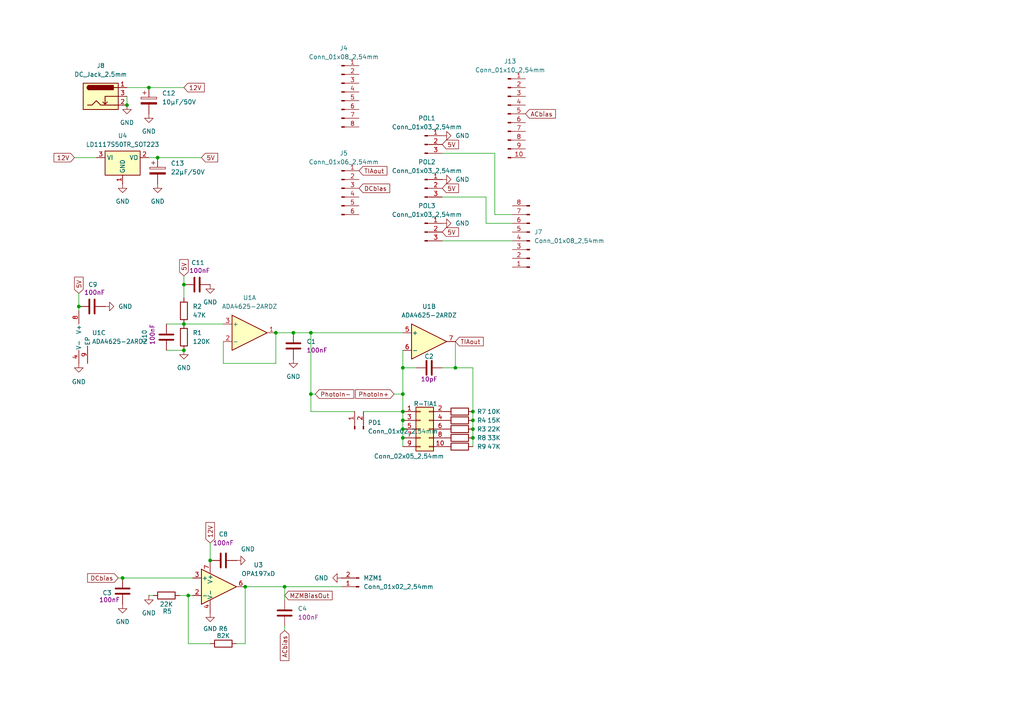
<source format=kicad_sch>
(kicad_sch (version 20231120) (generator "eeschema") (generator_version "8.0")
  (paper "A4")
  (title_block (title "Template UGent") (rev "1") (company "Naam student / Groep nr") (comment 1 "Beschrijving van het schema"))
  (lib_symbols
    (symbol "Amplifier_Operational:ADA4625-2ARDZ" (pin_names (offset 0.127))
      (property "Reference" "U" (at 0 5.08 0))
      (property "Value" "ADA4625-2ARDZ" (at 0 -5.08 0))
      (symbol "ADA4625-2ARDZ_1_1"
        (polyline (pts (xy -5.08 5.08) (xy 5.08 0) (xy -5.08 -5.08) (xy -5.08 5.08)) (stroke (width 0.254)) (fill (type background)))
        (pin output line (at 7.62 0 180) (length 2.54) (name "~") (number "1"))
        (pin input line (at -7.62 -2.54 0) (length 2.54) (name "-") (number "2"))
        (pin input line (at -7.62 2.54 0) (length 2.54) (name "+") (number "3"))
      )
      (symbol "ADA4625-2ARDZ_2_1"
        (polyline (pts (xy -5.08 5.08) (xy 5.08 0) (xy -5.08 -5.08) (xy -5.08 5.08)) (stroke (width 0.254)) (fill (type background)))
        (pin input line (at -7.62 2.54 0) (length 2.54) (name "+") (number "5"))
        (pin input line (at -7.62 -2.54 0) (length 2.54) (name "-") (number "6"))
        (pin output line (at 7.62 0 180) (length 2.54) (name "~") (number "7"))
      )
      (symbol "ADA4625-2ARDZ_3_1"
        (pin power_in line (at -2.54 -7.62 90) (length 3.81) (name "V-") (number "4"))
        (pin power_in line (at -2.54 7.62 270) (length 3.81) (name "V+") (number "8"))
        (pin passive line (at 0 -7.62 90) (length 5.08) (name "EP") (number "9"))
      )
    )
    (symbol "Amplifier_Operational:OPA197xD" (pin_names (offset 0.127))
      (property "Reference" "U" (at 0 6.35 0))
      (property "Value" "OPA197xD" (at 0 3.81 0))
      (symbol "OPA197xD_0_1"
        (polyline (pts (xy -5.08 5.08) (xy 5.08 0) (xy -5.08 -5.08) (xy -5.08 5.08)) (stroke (width 0.254)) (fill (type background)))
      )
      (symbol "OPA197xD_1_1"
        (pin no_connect line (at -2.54 2.54 270) (length 2.54) hide (name "NC") (number "1"))
        (pin input line (at -7.62 -2.54 0) (length 2.54) (name "-") (number "2"))
        (pin input line (at -7.62 2.54 0) (length 2.54) (name "+") (number "3"))
        (pin power_in line (at -2.54 -7.62 90) (length 3.81) (name "V-") (number "4"))
        (pin no_connect line (at 0 2.54 270) (length 2.54) hide (name "NC") (number "5"))
        (pin output line (at 7.62 0 180) (length 2.54) (name "~") (number "6"))
        (pin power_in line (at -2.54 7.62 270) (length 3.81) (name "V+") (number "7"))
        (pin no_connect line (at 0 -2.54 90) (length 2.54) hide (name "NC") (number "8"))
      )
    )
    (symbol "Regulator_Linear:LD1117S50TR_SOT223"
      (property "Reference" "U" (at -3.81 3.175 0))
      (property "Value" "LD1117S50TR_SOT223" (at 0 3.175 0))
      (symbol "LD1117S50TR_SOT223_0_1"
        (rectangle (start -5.08 -5.08) (end 5.08 1.905) (stroke (width 0.254)) (fill (type background)))
      )
      (symbol "LD1117S50TR_SOT223_1_1"
        (pin power_in line (at 0 -7.62 90) (length 2.54) (name "GND") (number "1"))
        (pin power_out line (at 7.62 0 180) (length 2.54) (name "VO") (number "2"))
        (pin power_in line (at -7.62 0 0) (length 2.54) (name "VI") (number "3"))
      )
    )
    (symbol "UGent_standard-stock_Passive_C:10µF/50V" (pin_numbers hide) (pin_names (offset 0.254))
      (property "Reference" "C" (at 0.635 2.54 0))
      (property "Value" "10µF{slash}50V" (at 0.635 -2.54 0))
      (symbol "10µF/50V_0_1"
        (rectangle (start -2.286 0.508) (end 2.286 1.016))
        (polyline (pts (xy -1.778 2.286) (xy -0.762 2.286)))
        (polyline (pts (xy -1.27 2.794) (xy -1.27 1.778)))
        (rectangle (start 2.286 -0.508) (end -2.286 -1.016) (fill (type outline)))
      )
      (symbol "10µF/50V_1_1"
        (pin passive line (at 0 3.81 270) (length 2.794) (name "~") (number "1"))
        (pin passive line (at 0 -3.81 90) (length 2.794) (name "~") (number "2"))
      )
    )
    (symbol "UGent_standard-stock_Passive_C:22µF/50V" (pin_numbers hide) (pin_names (offset 0.254))
      (property "Reference" "C" (at 0.635 2.54 0))
      (property "Value" "22µF{slash}50V" (at 0.635 -2.54 0))
      (symbol "22µF/50V_0_1"
        (rectangle (start -2.286 0.508) (end 2.286 1.016))
        (polyline (pts (xy -1.778 2.286) (xy -0.762 2.286)))
        (polyline (pts (xy -1.27 2.794) (xy -1.27 1.778)))
        (rectangle (start 2.286 -0.508) (end -2.286 -1.016) (fill (type outline)))
      )
      (symbol "22µF/50V_1_1"
        (pin passive line (at 0 3.81 270) (length 2.794) (name "~") (number "1"))
        (pin passive line (at 0 -3.81 90) (length 2.794) (name "~") (number "2"))
      )
    )
    (symbol "UGent_standard_stock_Connector:Conn_01x02_2,54mm" (pin_names (offset 1.016) hide)
      (property "Reference" "J" (at 0 5.08 0))
      (property "Value" "Conn_01x02_2,54mm" (at 0 -2.54 0))
      (symbol "Conn_01x02_2,54mm_1_1"
        (polyline (pts (xy 1.27 0) (xy 0.8636 0)) (stroke (width 0.1524)))
        (polyline (pts (xy 1.27 2.54) (xy 0.8636 2.54)) (stroke (width 0.1524)))
        (rectangle (start 0.8636 0.127) (end 0 -0.127) (stroke (width 0.1524)) (fill (type outline)))
        (rectangle (start 0.8636 2.667) (end 0 2.413) (stroke (width 0.1524)) (fill (type outline)))
        (pin passive line (at 5.08 2.54 180) (length 3.81) (name "Pin_1") (number "1"))
        (pin passive line (at 5.08 0 180) (length 3.81) (name "Pin_2") (number "2"))
      )
    )
    (symbol "UGent_standard_stock_Connector:Conn_01x03_2,54mm" (pin_names (offset 1.016) hide)
      (property "Reference" "J" (at 0 5.08 0))
      (property "Value" "Conn_01x03_2,54mm" (at 0 -5.08 0))
      (symbol "Conn_01x03_2,54mm_1_1"
        (polyline (pts (xy 1.27 -2.54) (xy 0.8636 -2.54)) (stroke (width 0.1524)))
        (polyline (pts (xy 1.27 0) (xy 0.8636 0)) (stroke (width 0.1524)))
        (polyline (pts (xy 1.27 2.54) (xy 0.8636 2.54)) (stroke (width 0.1524)))
        (rectangle (start 0.8636 -2.413) (end 0 -2.667) (stroke (width 0.1524)) (fill (type outline)))
        (rectangle (start 0.8636 0.127) (end 0 -0.127) (stroke (width 0.1524)) (fill (type outline)))
        (rectangle (start 0.8636 2.667) (end 0 2.413) (stroke (width 0.1524)) (fill (type outline)))
        (pin passive line (at 5.08 2.54 180) (length 3.81) (name "Pin_1") (number "1"))
        (pin passive line (at 5.08 0 180) (length 3.81) (name "Pin_2") (number "2"))
        (pin passive line (at 5.08 -2.54 180) (length 3.81) (name "Pin_3") (number "3"))
      )
    )
    (symbol "UGent_standard_stock_Connector:Conn_01x06_2,54mm" (pin_names (offset 1.016) hide)
      (property "Reference" "J" (at 0 7.62 0))
      (property "Value" "Conn_01x06_2,54mm" (at 0 -10.16 0))
      (symbol "Conn_01x06_2,54mm_1_1"
        (polyline (pts (xy 1.27 -7.62) (xy 0.8636 -7.62)) (stroke (width 0.1524)))
        (polyline (pts (xy 1.27 -5.08) (xy 0.8636 -5.08)) (stroke (width 0.1524)))
        (polyline (pts (xy 1.27 -2.54) (xy 0.8636 -2.54)) (stroke (width 0.1524)))
        (polyline (pts (xy 1.27 0) (xy 0.8636 0)) (stroke (width 0.1524)))
        (polyline (pts (xy 1.27 2.54) (xy 0.8636 2.54)) (stroke (width 0.1524)))
        (polyline (pts (xy 1.27 5.08) (xy 0.8636 5.08)) (stroke (width 0.1524)))
        (rectangle (start 0.8636 -7.493) (end 0 -7.747) (stroke (width 0.1524)) (fill (type outline)))
        (rectangle (start 0.8636 -4.953) (end 0 -5.207) (stroke (width 0.1524)) (fill (type outline)))
        (rectangle (start 0.8636 -2.413) (end 0 -2.667) (stroke (width 0.1524)) (fill (type outline)))
        (rectangle (start 0.8636 0.127) (end 0 -0.127) (stroke (width 0.1524)) (fill (type outline)))
        (rectangle (start 0.8636 2.667) (end 0 2.413) (stroke (width 0.1524)) (fill (type outline)))
        (rectangle (start 0.8636 5.207) (end 0 4.953) (stroke (width 0.1524)) (fill (type outline)))
        (pin passive line (at 5.08 5.08 180) (length 3.81) (name "Pin_1") (number "1"))
        (pin passive line (at 5.08 2.54 180) (length 3.81) (name "Pin_2") (number "2"))
        (pin passive line (at 5.08 0 180) (length 3.81) (name "Pin_3") (number "3"))
        (pin passive line (at 5.08 -2.54 180) (length 3.81) (name "Pin_4") (number "4"))
        (pin passive line (at 5.08 -5.08 180) (length 3.81) (name "Pin_5") (number "5"))
        (pin passive line (at 5.08 -7.62 180) (length 3.81) (name "Pin_6") (number "6"))
      )
    )
    (symbol "UGent_standard_stock_Connector:Conn_01x08_2,54mm" (pin_names (offset 1.016) hide)
      (property "Reference" "J" (at 0 12.7 0))
      (property "Value" "Conn_01x08_2,54mm" (at 0 -10.16 0))
      (symbol "Conn_01x08_2,54mm_1_1"
        (polyline (pts (xy 1.27 -7.62) (xy 0.8636 -7.62)) (stroke (width 0.1524)))
        (polyline (pts (xy 1.27 -5.08) (xy 0.8636 -5.08)) (stroke (width 0.1524)))
        (polyline (pts (xy 1.27 -2.54) (xy 0.8636 -2.54)) (stroke (width 0.1524)))
        (polyline (pts (xy 1.27 0) (xy 0.8636 0)) (stroke (width 0.1524)))
        (polyline (pts (xy 1.27 2.54) (xy 0.8636 2.54)) (stroke (width 0.1524)))
        (polyline (pts (xy 1.27 5.08) (xy 0.8636 5.08)) (stroke (width 0.1524)))
        (polyline (pts (xy 1.27 7.62) (xy 0.8636 7.62)) (stroke (width 0.1524)))
        (polyline (pts (xy 1.27 10.16) (xy 0.8636 10.16)) (stroke (width 0.1524)))
        (rectangle (start 0.8636 -7.493) (end 0 -7.747) (stroke (width 0.1524)) (fill (type outline)))
        (rectangle (start 0.8636 -4.953) (end 0 -5.207) (stroke (width 0.1524)) (fill (type outline)))
        (rectangle (start 0.8636 -2.413) (end 0 -2.667) (stroke (width 0.1524)) (fill (type outline)))
        (rectangle (start 0.8636 0.127) (end 0 -0.127) (stroke (width 0.1524)) (fill (type outline)))
        (rectangle (start 0.8636 2.667) (end 0 2.413) (stroke (width 0.1524)) (fill (type outline)))
        (rectangle (start 0.8636 5.207) (end 0 4.953) (stroke (width 0.1524)) (fill (type outline)))
        (rectangle (start 0.8636 7.747) (end 0 7.493) (stroke (width 0.1524)) (fill (type outline)))
        (rectangle (start 0.8636 10.287) (end 0 10.033) (stroke (width 0.1524)) (fill (type outline)))
        (pin passive line (at 5.08 10.16 180) (length 3.81) (name "Pin_1") (number "1"))
        (pin passive line (at 5.08 7.62 180) (length 3.81) (name "Pin_2") (number "2"))
        (pin passive line (at 5.08 5.08 180) (length 3.81) (name "Pin_3") (number "3"))
        (pin passive line (at 5.08 2.54 180) (length 3.81) (name "Pin_4") (number "4"))
        (pin passive line (at 5.08 0 180) (length 3.81) (name "Pin_5") (number "5"))
        (pin passive line (at 5.08 -2.54 180) (length 3.81) (name "Pin_6") (number "6"))
        (pin passive line (at 5.08 -5.08 180) (length 3.81) (name "Pin_7") (number "7"))
        (pin passive line (at 5.08 -7.62 180) (length 3.81) (name "Pin_8") (number "8"))
      )
    )
    (symbol "UGent_standard_stock_Connector:Conn_01x10_2,54mm" (pin_names (offset 1.016) hide)
      (property "Reference" "J" (at 0 12.7 0))
      (property "Value" "Conn_01x10_2,54mm" (at 0 -15.24 0))
      (symbol "Conn_01x10_2,54mm_1_1"
        (polyline (pts (xy 1.27 -12.7) (xy 0.8636 -12.7)) (stroke (width 0.1524)))
        (polyline (pts (xy 1.27 -10.16) (xy 0.8636 -10.16)) (stroke (width 0.1524)))
        (polyline (pts (xy 1.27 -7.62) (xy 0.8636 -7.62)) (stroke (width 0.1524)))
        (polyline (pts (xy 1.27 -5.08) (xy 0.8636 -5.08)) (stroke (width 0.1524)))
        (polyline (pts (xy 1.27 -2.54) (xy 0.8636 -2.54)) (stroke (width 0.1524)))
        (polyline (pts (xy 1.27 0) (xy 0.8636 0)) (stroke (width 0.1524)))
        (polyline (pts (xy 1.27 2.54) (xy 0.8636 2.54)) (stroke (width 0.1524)))
        (polyline (pts (xy 1.27 5.08) (xy 0.8636 5.08)) (stroke (width 0.1524)))
        (polyline (pts (xy 1.27 7.62) (xy 0.8636 7.62)) (stroke (width 0.1524)))
        (polyline (pts (xy 1.27 10.16) (xy 0.8636 10.16)) (stroke (width 0.1524)))
        (rectangle (start 0.8636 -12.573) (end 0 -12.827) (stroke (width 0.1524)) (fill (type outline)))
        (rectangle (start 0.8636 -10.033) (end 0 -10.287) (stroke (width 0.1524)) (fill (type outline)))
        (rectangle (start 0.8636 -7.493) (end 0 -7.747) (stroke (width 0.1524)) (fill (type outline)))
        (rectangle (start 0.8636 -4.953) (end 0 -5.207) (stroke (width 0.1524)) (fill (type outline)))
        (rectangle (start 0.8636 -2.413) (end 0 -2.667) (stroke (width 0.1524)) (fill (type outline)))
        (rectangle (start 0.8636 0.127) (end 0 -0.127) (stroke (width 0.1524)) (fill (type outline)))
        (rectangle (start 0.8636 2.667) (end 0 2.413) (stroke (width 0.1524)) (fill (type outline)))
        (rectangle (start 0.8636 5.207) (end 0 4.953) (stroke (width 0.1524)) (fill (type outline)))
        (rectangle (start 0.8636 7.747) (end 0 7.493) (stroke (width 0.1524)) (fill (type outline)))
        (rectangle (start 0.8636 10.287) (end 0 10.033) (stroke (width 0.1524)) (fill (type outline)))
        (pin passive line (at 5.08 10.16 180) (length 3.81) (name "Pin_1") (number "1"))
        (pin passive line (at 5.08 -12.7 180) (length 3.81) (name "Pin_10") (number "10"))
        (pin passive line (at 5.08 7.62 180) (length 3.81) (name "Pin_2") (number "2"))
        (pin passive line (at 5.08 5.08 180) (length 3.81) (name "Pin_3") (number "3"))
        (pin passive line (at 5.08 2.54 180) (length 3.81) (name "Pin_4") (number "4"))
        (pin passive line (at 5.08 0 180) (length 3.81) (name "Pin_5") (number "5"))
        (pin passive line (at 5.08 -2.54 180) (length 3.81) (name "Pin_6") (number "6"))
        (pin passive line (at 5.08 -5.08 180) (length 3.81) (name "Pin_7") (number "7"))
        (pin passive line (at 5.08 -7.62 180) (length 3.81) (name "Pin_8") (number "8"))
        (pin passive line (at 5.08 -10.16 180) (length 3.81) (name "Pin_9") (number "9"))
      )
    )
    (symbol "UGent_standard_stock_Connector:Conn_02x05_2,54mm" (pin_names (offset 1.016) hide)
      (property "Reference" "J" (at 1.27 7.62 0))
      (property "Value" "Conn_02x05_2,54mm" (at 1.27 -7.62 0))
      (symbol "Conn_02x05_2,54mm_1_1"
        (rectangle (start -1.27 -4.953) (end 0 -5.207) (stroke (width 0.1524)))
        (rectangle (start -1.27 -2.413) (end 0 -2.667) (stroke (width 0.1524)))
        (rectangle (start -1.27 0.127) (end 0 -0.127) (stroke (width 0.1524)))
        (rectangle (start -1.27 2.667) (end 0 2.413) (stroke (width 0.1524)))
        (rectangle (start -1.27 5.207) (end 0 4.953) (stroke (width 0.1524)))
        (rectangle (start -1.27 6.35) (end 3.81 -6.35) (stroke (width 0.254)) (fill (type background)))
        (rectangle (start 3.81 -4.953) (end 2.54 -5.207) (stroke (width 0.1524)))
        (rectangle (start 3.81 -2.413) (end 2.54 -2.667) (stroke (width 0.1524)))
        (rectangle (start 3.81 0.127) (end 2.54 -0.127) (stroke (width 0.1524)))
        (rectangle (start 3.81 2.667) (end 2.54 2.413) (stroke (width 0.1524)))
        (rectangle (start 3.81 5.207) (end 2.54 4.953) (stroke (width 0.1524)))
        (pin passive line (at -5.08 5.08 0) (length 3.81) (name "Pin_1") (number "1"))
        (pin passive line (at 7.62 -5.08 180) (length 3.81) (name "Pin_10") (number "10"))
        (pin passive line (at 7.62 5.08 180) (length 3.81) (name "Pin_2") (number "2"))
        (pin passive line (at -5.08 2.54 0) (length 3.81) (name "Pin_3") (number "3"))
        (pin passive line (at 7.62 2.54 180) (length 3.81) (name "Pin_4") (number "4"))
        (pin passive line (at -5.08 0 0) (length 3.81) (name "Pin_5") (number "5"))
        (pin passive line (at 7.62 0 180) (length 3.81) (name "Pin_6") (number "6"))
        (pin passive line (at -5.08 -2.54 0) (length 3.81) (name "Pin_7") (number "7"))
        (pin passive line (at 7.62 -2.54 180) (length 3.81) (name "Pin_8") (number "8"))
        (pin passive line (at -5.08 -5.08 0) (length 3.81) (name "Pin_9") (number "9"))
      )
    )
    (symbol "UGent_standard_stock_Connector:DC_Jack_2.5mm" (pin_names hide)
      (property "Reference" "J" (at 0 5.334 0))
      (property "Value" "DC_Jack_2.5mm" (at 0 -5.08 0))
      (symbol "DC_Jack_2.5mm_0_1"
        (rectangle (start -5.08 3.81) (end 5.08 -3.81) (stroke (width 0.254)) (fill (type background)))
        (arc (start -3.302 3.175) (mid -3.9342 2.54) (end -3.302 1.905) (stroke (width 0.254)))
        (arc (start -3.302 3.175) (mid -3.9342 2.54) (end -3.302 1.905) (stroke (width 0.254)) (fill (type outline)))
        (polyline (pts (xy 1.27 -2.286) (xy 1.905 -1.651)) (stroke (width 0.254)))
        (polyline (pts (xy 5.08 2.54) (xy 3.81 2.54)) (stroke (width 0.254)))
        (polyline (pts (xy 5.08 0) (xy 1.27 0) (xy 1.27 -2.286) (xy 0.635 -1.651)) (stroke (width 0.254)))
        (polyline (pts (xy -3.81 -2.54) (xy -2.54 -2.54) (xy -1.27 -1.27) (xy 0 -2.54) (xy 2.54 -2.54) (xy 5.08 -2.54)) (stroke (width 0.254)))
        (rectangle (start 3.683 3.175) (end -3.302 1.905) (stroke (width 0.254)) (fill (type outline)))
      )
      (symbol "DC_Jack_2.5mm_1_1"
        (pin passive line (at 7.62 2.54 180) (length 2.54) (name "~") (number "1"))
        (pin passive line (at 7.62 -2.54 180) (length 2.54) (name "~") (number "2"))
        (pin passive line (at 7.62 0 180) (length 2.54) (name "~") (number "3"))
      )
    )
    (symbol "UGent_standard_stock_PnP:100nF_0603" (pin_numbers hide) (pin_names (offset 0.254))
      (property "Reference" "C" (at 0.635 2.54 0))
      (property "ValShow" "100nF" (at 0 0 0))
      (symbol "100nF_0603_0_1"
        (polyline (pts (xy -2.032 -0.762) (xy 2.032 -0.762)) (stroke (width 0.508)))
        (polyline (pts (xy -2.032 0.762) (xy 2.032 0.762)) (stroke (width 0.508)))
      )
      (symbol "100nF_0603_1_1"
        (pin passive line (at 0 3.81 270) (length 2.794) (name "~") (number "1"))
        (pin passive line (at 0 -3.81 90) (length 2.794) (name "~") (number "2"))
      )
    )
    (symbol "UGent_standard_stock_PnP:100pF_0603" (pin_numbers hide) (pin_names (offset 0.254))
      (property "Reference" "C" (at 0.635 2.54 0))
      (property "ValShow" "100pF" (at 0 0 0))
      (symbol "100pF_0603_0_1"
        (polyline (pts (xy -2.032 -0.762) (xy 2.032 -0.762)) (stroke (width 0.508)))
        (polyline (pts (xy -2.032 0.762) (xy 2.032 0.762)) (stroke (width 0.508)))
      )
      (symbol "100pF_0603_1_1"
        (pin passive line (at 0 3.81 270) (length 2.794) (name "~") (number "1"))
        (pin passive line (at 0 -3.81 90) (length 2.794) (name "~") (number "2"))
      )
    )
    (symbol "UGent_standard_stock_PnP:47K" (pin_numbers hide) (pin_names (offset 0))
      (property "Reference" "R" (at 0 2.032 0))
      (property "Value" "47K" (at 0 0 0))
      (symbol "47K_0_1"
        (rectangle (start 2.54 -1.016) (end -2.54 1.016) (stroke (width 0.254)))
      )
      (symbol "47K_1_1"
        (pin passive line (at -3.81 0 0) (length 1.27) (name "~") (number "1"))
        (pin passive line (at 3.81 0 180) (length 1.27) (name "~") (number "2"))
      )
    )
    (symbol "UGent_standard_stock_PnP:56K" (pin_numbers hide) (pin_names (offset 0))
      (property "Reference" "R" (at 0 2.032 0))
      (property "Value" "56K" (at 0 0 0))
      (symbol "56K_0_1"
        (rectangle (start 2.54 -1.016) (end -2.54 1.016) (stroke (width 0.254)))
      )
      (symbol "56K_1_1"
        (pin passive line (at -3.81 0 0) (length 1.27) (name "~") (number "1"))
        (pin passive line (at 3.81 0 180) (length 1.27) (name "~") (number "2"))
      )
    )
    (symbol "UGent_standard_stock_PnP:82K" (pin_numbers hide) (pin_names (offset 0))
      (property "Reference" "R" (at 0 2.032 0))
      (property "Value" "82K" (at 0 0 0))
      (symbol "82K_0_1"
        (rectangle (start 2.54 -1.016) (end -2.54 1.016) (stroke (width 0.254)))
      )
      (symbol "82K_1_1"
        (pin passive line (at -3.81 0 0) (length 1.27) (name "~") (number "1"))
        (pin passive line (at 3.81 0 180) (length 1.27) (name "~") (number "2"))
      )
    )
    (symbol "power:GND" (power) (pin_numbers hide) (pin_names (offset 0) hide)
      (property "Value" "GND" (at 0 -3.81 0))
      (symbol "GND_0_1"
        (polyline (pts (xy 0 0) (xy 0 -1.27) (xy 1.27 -1.27) (xy 0 -2.54) (xy -1.27 -1.27) (xy 0 -1.27)))
      )
      (symbol "GND_1_1"
        (pin power_in line (at 0 0 270) (length 0) (name "~") (number "1"))
      )
    )
  )
  (junction (at 35.56 167.64))
  (junction (at 90.17 114.3))
  (junction (at 54.61 172.72))
  (junction (at 53.34 93.98))
  (junction (at 53.34 101.6))
  (junction (at 137.16 124.46))
  (junction (at 53.34 82.55))
  (junction (at 116.84 114.3))
  (junction (at 116.84 119.38))
  (junction (at 137.16 121.92))
  (junction (at 116.84 106.68))
  (junction (at 45.72 45.72))
  (junction (at 116.84 121.92))
  (junction (at 85.09 96.52))
  (junction (at 43.18 25.4))
  (junction (at 36.83 30.48))
  (junction (at 132.08 106.68))
  (junction (at 116.84 127))
  (junction (at 22.86 88.9))
  (junction (at 90.17 96.52))
  (junction (at 116.84 124.46))
  (junction (at 137.16 127))
  (junction (at 60.96 162.56))
  (junction (at 71.12 170.18))
  (junction (at 82.55 170.18))
  (junction (at 80.01 96.52))
  (junction (at 137.16 119.38))
  (wire (pts (xy 21.59 45.72) (xy 27.94 45.72)))
  (wire (pts (xy 43.18 45.72) (xy 45.72 45.72)))
  (wire (pts (xy 90.17 96.52) (xy 85.09 96.52)))
  (wire (pts (xy 82.55 170.18) (xy 82.55 173.99)))
  (wire (pts (xy 143.51 62.23) (xy 148.59 62.23)))
  (wire (pts (xy 52.07 172.72) (xy 54.61 172.72)))
  (wire (pts (xy 114.3 114.3) (xy 116.84 114.3)))
  (wire (pts (xy 143.51 44.45) (xy 143.51 62.23)))
  (wire (pts (xy 137.16 119.38) (xy 137.16 121.92)))
  (wire (pts (xy 34.29 167.64) (xy 35.56 167.64)))
  (wire (pts (xy 43.18 172.72) (xy 44.45 172.72)))
  (wire (pts (xy 140.97 57.15) (xy 140.97 64.77)))
  (wire (pts (xy 116.84 119.38) (xy 116.84 121.92)))
  (wire (pts (xy 53.34 82.55) (xy 53.34 86.36)))
  (wire (pts (xy 116.84 106.68) (xy 116.84 114.3)))
  (wire (pts (xy 53.34 80.01) (xy 53.34 82.55)))
  (wire (pts (xy 137.16 127) (xy 137.16 129.54)))
  (wire (pts (xy 60.96 157.48) (xy 60.96 162.56)))
  (wire (pts (xy 82.55 181.61) (xy 82.55 182.88)))
  (wire (pts (xy 116.84 124.46) (xy 116.84 127)))
  (wire (pts (xy 116.84 96.52) (xy 90.17 96.52)))
  (wire (pts (xy 36.83 27.94) (xy 36.83 30.48)))
  (wire (pts (xy 137.16 119.38) (xy 137.16 106.68)))
  (wire (pts (xy 116.84 101.6) (xy 116.84 106.68)))
  (wire (pts (xy 128.27 69.85) (xy 148.59 69.85)))
  (wire (pts (xy 35.56 167.64) (xy 55.88 167.64)))
  (wire (pts (xy 116.84 121.92) (xy 116.84 124.46)))
  (wire (pts (xy 43.18 25.4) (xy 53.34 25.4)))
  (wire (pts (xy 82.55 170.18) (xy 71.12 170.18)))
  (wire (pts (xy 137.16 121.92) (xy 137.16 124.46)))
  (wire (pts (xy 71.12 170.18) (xy 71.12 186.69)))
  (wire (pts (xy 91.44 114.3) (xy 90.17 114.3)))
  (wire (pts (xy 137.16 106.68) (xy 132.08 106.68)))
  (wire (pts (xy 105.41 119.38) (xy 116.84 119.38)))
  (wire (pts (xy 48.26 101.6) (xy 53.34 101.6)))
  (wire (pts (xy 90.17 96.52) (xy 90.17 114.3)))
  (wire (pts (xy 22.86 88.9) (xy 22.86 90.17)))
  (wire (pts (xy 132.08 106.68) (xy 128.27 106.68)))
  (wire (pts (xy 36.83 25.4) (xy 43.18 25.4)))
  (wire (pts (xy 140.97 64.77) (xy 148.59 64.77)))
  (wire (pts (xy 60.96 186.69) (xy 54.61 186.69)))
  (wire (pts (xy 53.34 93.98) (xy 64.77 93.98)))
  (wire (pts (xy 116.84 127) (xy 116.84 129.54)))
  (wire (pts (xy 116.84 106.68) (xy 120.65 106.68)))
  (wire (pts (xy 45.72 45.72) (xy 58.42 45.72)))
  (wire (pts (xy 116.84 119.38) (xy 116.84 114.3)))
  (wire (pts (xy 102.87 119.38) (xy 90.17 119.38)))
  (wire (pts (xy 54.61 172.72) (xy 54.61 186.69)))
  (wire (pts (xy 64.77 105.41) (xy 80.01 105.41)))
  (wire (pts (xy 90.17 114.3) (xy 90.17 119.38)))
  (wire (pts (xy 128.27 44.45) (xy 143.51 44.45)))
  (wire (pts (xy 137.16 124.46) (xy 137.16 127)))
  (wire (pts (xy 132.08 99.06) (xy 132.08 106.68)))
  (wire (pts (xy 82.55 170.18) (xy 99.06 170.18)))
  (wire (pts (xy 80.01 96.52) (xy 85.09 96.52)))
  (wire (pts (xy 48.26 93.98) (xy 53.34 93.98)))
  (wire (pts (xy 71.12 186.69) (xy 68.58 186.69)))
  (wire (pts (xy 54.61 172.72) (xy 55.88 172.72)))
  (wire (pts (xy 80.01 105.41) (xy 80.01 96.52)))
  (wire (pts (xy 64.77 99.06) (xy 64.77 105.41)))
  (wire (pts (xy 22.86 85.09) (xy 22.86 88.9)))
  (wire (pts (xy 128.27 57.15) (xy 140.97 57.15)))
  (global_label "DCbias" (shape input) (at 34.29 167.64 180) (property "Intersheetrefs" "${INTERSHEET_REFS}" (effects (hide yes))))
  (global_label "TIAout" (shape input) (at 104.14 49.53 0) (property "Intersheetrefs" "${INTERSHEET_REFS}" (effects (hide yes))))
  (global_label "5V" (shape input) (at 58.42 45.72 0) (property "Intersheetrefs" "${INTERSHEET_REFS}" (effects (hide yes))))
  (global_label "12V" (shape input) (at 21.59 45.72 180) (property "Intersheetrefs" "${INTERSHEET_REFS}" (effects (hide yes))))
  (global_label "MZMBiasOut" (shape input) (at 82.55 172.72 0) (property "Intersheetrefs" "${INTERSHEET_REFS}" (effects (hide yes))))
  (global_label "5V" (shape input) (at 22.86 85.09 90) (property "Intersheetrefs" "${INTERSHEET_REFS}" (effects (hide yes))))
  (global_label "PhotoIn+" (shape input) (at 114.3 114.3 180) (property "Intersheetrefs" "${INTERSHEET_REFS}" (effects (hide yes))))
  (global_label "PhotoIn-" (shape input) (at 91.44 114.3 0) (property "Intersheetrefs" "${INTERSHEET_REFS}" (effects (hide yes))))
  (global_label "5V" (shape input) (at 128.27 41.91 0) (property "Intersheetrefs" "${INTERSHEET_REFS}" (effects (hide yes))))
  (global_label "12V" (shape input) (at 60.96 157.48 90) (property "Intersheetrefs" "${INTERSHEET_REFS}" (effects (hide yes))))
  (global_label "5V" (shape input) (at 128.27 67.31 0) (property "Intersheetrefs" "${INTERSHEET_REFS}" (effects (hide yes))))
  (global_label "12V" (shape input) (at 53.34 25.4 0) (property "Intersheetrefs" "${INTERSHEET_REFS}" (effects (hide yes))))
  (global_label "ACbias" (shape input) (at 82.55 182.88 270) (property "Intersheetrefs" "${INTERSHEET_REFS}" (effects (hide yes))))
  (global_label "ACbias" (shape input) (at 152.4 33.02 0) (property "Intersheetrefs" "${INTERSHEET_REFS}" (effects (hide yes))))
  (global_label "5V" (shape input) (at 53.34 80.01 90) (property "Intersheetrefs" "${INTERSHEET_REFS}" (effects (hide yes))))
  (global_label "TIAout" (shape input) (at 132.08 99.06 0) (property "Intersheetrefs" "${INTERSHEET_REFS}" (effects (hide yes))))
  (global_label "5V" (shape input) (at 128.27 54.61 0) (property "Intersheetrefs" "${INTERSHEET_REFS}" (effects (hide yes))))
  (global_label "DCbias" (shape input) (at 104.14 54.61 0) (property "Intersheetrefs" "${INTERSHEET_REFS}" (effects (hide yes))))
  (symbol (lib_id "UGent_standard-stock_Passive_C:22µF/50V") (at 45.72 49.53 0) (unit 1)
    (property "Reference" "C13" (at 49.53 47.3709 0) (effects (justify left)))
    (property "Value" "22µF/50V" (at 49.53 49.9109 0) (effects (justify left)))
    (property "Footprint" "Capacitor_THT:CP_Radial_D5.0mm_P2.00mm" (effects (hide yes)))
    (property "Description" "Polarized capacitor" (effects (hide yes)))
  )
  (symbol (lib_id "power:GND") (at 43.18 172.72 0) (unit 1)
    (property "Reference" "#PWR06" (effects (hide yes)))
    (property "Value" "GND" (at 43.18 177.8 0))
    (property "Description" "Power symbol creates a global label with name \"GND\" , ground" (effects (hide yes)))
  )
  (symbol (lib_id "power:GND") (at 35.56 175.26 0) (unit 1)
    (property "Reference" "#PWR04" (effects (hide yes)))
    (property "Value" "GND" (at 35.56 180.34 0))
    (property "Description" "Power symbol creates a global label with name \"GND\" , ground" (effects (hide yes)))
  )
  (symbol (lib_id "UGent_standard_stock_PnP:47K") (at 133.35 121.92 180) (unit 1)
    (property "Reference" "R4" (at 139.7 121.92 0))
    (property "Value" "15K" (at 143.256 121.92 0))
    (property "Footprint" "Resistor_SMD:R_0603_1608Metric" (effects (hide yes)))
    (property "Description" "Resistor" (effects (hide yes)))
  )
  (symbol (lib_id "UGent_standard_stock_Connector:Conn_01x10_2,54mm") (at 147.32 33.02 0) (unit 1)
    (property "Reference" "J13" (at 147.955 17.78 0))
    (property "Value" "Conn_01x10_2,54mm" (at 147.955 20.32 0))
    (property "Footprint" "Connector_PinHeader_2.54mm:PinHeader_1x10_P2.54mm_Vertical" (effects (hide yes)))
    (property "Description" "Generic connector, single row, 01x10, script generated (kicad-library-utils/schlib/autogen/connector/)" (effects (hide yes)))
  )
  (symbol (lib_id "UGent_standard_stock_Connector:Conn_01x03_2,54mm") (at 123.19 67.31 0) (unit 1)
    (property "Reference" "POL3" (at 123.825 59.69 0))
    (property "Value" "Conn_01x03_2,54mm" (at 123.825 62.23 0))
    (property "Footprint" "Connector_PinHeader_2.54mm:PinHeader_1x03_P2.54mm_Vertical" (effects (hide yes)))
    (property "Description" "Generic connector, single row, 01x10, script generated (kicad-library-utils/schlib/autogen/connector/)" (effects (hide yes)))
  )
  (symbol (lib_id "power:GND") (at 35.56 53.34 0) (unit 1)
    (property "Reference" "#PWR07" (effects (hide yes)))
    (property "Value" "GND" (at 35.56 58.42 0))
    (property "Description" "Power symbol creates a global label with name \"GND\" , ground" (effects (hide yes)))
  )
  (symbol (lib_id "UGent_standard_stock_PnP:100nF_0603") (at 26.67 88.9 90) (unit 1)
    (property "Reference" "C9" (at 26.924 82.55 90))
    (property "Value" "100nF_0603" (effects (hide yes)))
    (property "Footprint" "Capacitor_SMD:C_0603_1608Metric" (effects (hide yes)))
    (property "Description" "Unpolarized capacitor" (effects (hide yes)))
    (property "ValShow" "100nF" (at 27.432 84.836 90))
  )
  (symbol (lib_id "UGent_standard_stock_Connector:Conn_01x08_2,54mm") (at 99.06 29.21 0) (unit 1)
    (property "Reference" "J4" (at 99.695 13.97 0))
    (property "Value" "Conn_01x08_2,54mm" (at 99.695 16.51 0))
    (property "Footprint" "Connector_PinHeader_2.54mm:PinHeader_1x08_P2.54mm_Vertical" (effects (hide yes)))
    (property "Description" "Generic connector, single row, 01x10, script generated (kicad-library-utils/schlib/autogen/connector/)" (effects (hide yes)))
  )
  (symbol (lib_id "UGent_standard_stock_PnP:47K") (at 53.34 90.17 90) (unit 1)
    (property "Reference" "R2" (at 55.88 88.8999 90) (effects (justify right)))
    (property "Value" "47K" (at 55.88 91.4399 90) (effects (justify right)))
    (property "Footprint" "Resistor_SMD:R_0603_1608Metric" (effects (hide yes)))
    (property "Description" "Resistor" (effects (hide yes)))
  )
  (symbol (lib_id "UGent_standard_stock_PnP:100nF_0603") (at 48.26 97.79 180) (unit 1)
    (property "Reference" "C10" (at 41.91 97.536 90))
    (property "Value" "100nF_0603" (effects (hide yes)))
    (property "Footprint" "Capacitor_SMD:C_0603_1608Metric" (effects (hide yes)))
    (property "Description" "Unpolarized capacitor" (effects (hide yes)))
    (property "ValShow" "100nF" (at 44.196 97.028 90))
  )
  (symbol (lib_id "UGent_standard_stock_Connector:Conn_02x05_2,54mm") (at 121.92 124.46 0) (unit 1)
    (property "Reference" "R-TIA1" (at 123.444 117.094 0))
    (property "Value" "Conn_02x05_2,54mm" (at 118.618 132.334 0))
    (property "Footprint" "Connector_PinHeader_2.54mm:PinHeader_2x05_P2.54mm_Vertical" (effects (hide yes)))
    (property "Description" "Generic connector, double row, 02x05, odd/even pin numbering scheme (row 1 odd numbers, row 2 even numbers), script generated (kicad-library-utils/schlib/autogen/connector/)" (effects (hide yes)))
  )
  (symbol (lib_id "UGent_standard_stock_Connector:Conn_01x03_2,54mm") (at 123.19 54.61 0) (unit 1)
    (property "Reference" "POL2" (at 123.825 46.99 0))
    (property "Value" "Conn_01x03_2,54mm" (at 123.825 49.53 0))
    (property "Footprint" "Connector_PinHeader_2.54mm:PinHeader_1x03_P2.54mm_Vertical" (effects (hide yes)))
    (property "Description" "Generic connector, single row, 01x10, script generated (kicad-library-utils/schlib/autogen/connector/)" (effects (hide yes)))
  )
  (symbol (lib_id "UGent_standard_stock_PnP:100pF_0603") (at 124.46 106.68 270) (unit 1)
    (property "Reference" "C2" (at 124.46 103.378 90))
    (property "Value" "10pF_0603" (effects (hide yes)))
    (property "Footprint" "Capacitor_SMD:C_0603_1608Metric" (effects (hide yes)))
    (property "Description" "Unpolarized capacitor" (effects (hide yes)))
    (property "ValShow" "10pF" (at 124.46 109.982 90))
  )
  (symbol (lib_id "UGent_standard_stock_Connector:Conn_01x06_2,54mm") (at 99.06 54.61 0) (unit 1)
    (property "Reference" "J5" (at 99.695 44.45 0))
    (property "Value" "Conn_01x06_2,54mm" (at 99.695 46.99 0))
    (property "Footprint" "Connector_PinHeader_2.54mm:PinHeader_1x06_P2.54mm_Vertical" (effects (hide yes)))
    (property "Description" "Generic connector, single row, 01x10, script generated (kicad-library-utils/schlib/autogen/connector/)" (effects (hide yes)))
  )
  (symbol (lib_id "power:GND") (at 128.27 39.37 90) (unit 1)
    (property "Reference" "#PWR011" (effects (hide yes)))
    (property "Value" "GND" (at 132.08 39.3699 90) (effects (justify right)))
    (property "Description" "Power symbol creates a global label with name \"GND\" , ground" (effects (hide yes)))
  )
  (symbol (lib_id "UGent_standard_stock_Connector:Conn_01x03_2,54mm") (at 123.19 41.91 0) (unit 1)
    (property "Reference" "POL1" (at 123.825 34.29 0))
    (property "Value" "Conn_01x03_2,54mm" (at 123.825 36.83 0))
    (property "Footprint" "Connector_PinHeader_2.54mm:PinHeader_1x03_P2.54mm_Vertical" (effects (hide yes)))
    (property "Description" "Generic connector, single row, 01x10, script generated (kicad-library-utils/schlib/autogen/connector/)" (effects (hide yes)))
  )
  (symbol (lib_id "power:GND") (at 128.27 52.07 90) (unit 1)
    (property "Reference" "#PWR012" (effects (hide yes)))
    (property "Value" "GND" (at 132.08 52.0699 90) (effects (justify right)))
    (property "Description" "Power symbol creates a global label with name \"GND\" , ground" (effects (hide yes)))
  )
  (symbol (lib_id "power:GND") (at 85.09 104.14 0) (unit 1)
    (property "Reference" "#PWR02" (effects (hide yes)))
    (property "Value" "GND" (at 85.09 109.22 0))
    (property "Description" "Power symbol creates a global label with name \"GND\" , ground" (effects (hide yes)))
  )
  (symbol (lib_id "power:GND") (at 60.96 177.8 0) (unit 1)
    (property "Reference" "#PWR020" (effects (hide yes)))
    (property "Value" "GND" (at 60.96 182.372 0))
    (property "Description" "Power symbol creates a global label with name \"GND\" , ground" (effects (hide yes)))
  )
  (symbol (lib_id "power:GND") (at 128.27 64.77 90) (unit 1)
    (property "Reference" "#PWR013" (effects (hide yes)))
    (property "Value" "GND" (at 132.08 64.7699 90) (effects (justify right)))
    (property "Description" "Power symbol creates a global label with name \"GND\" , ground" (effects (hide yes)))
  )
  (symbol (lib_id "power:GND") (at 30.48 88.9 90) (unit 1)
    (property "Reference" "#PWR016" (effects (hide yes)))
    (property "Value" "GND" (at 34.29 88.8999 90) (effects (justify right)))
    (property "Description" "Power symbol creates a global label with name \"GND\" , ground" (effects (hide yes)))
  )
  (symbol (lib_id "UGent_standard_stock_PnP:47K") (at 133.35 129.54 180) (unit 1)
    (property "Reference" "R9" (at 139.7 129.54 0))
    (property "Value" "47K" (at 143.256 129.54 0))
    (property "Footprint" "Resistor_SMD:R_0603_1608Metric" (effects (hide yes)))
    (property "Description" "Resistor" (effects (hide yes)))
  )
  (symbol (lib_id "UGent_standard_stock_Connector:DC_Jack_2.5mm") (at 29.21 27.94 0) (unit 1)
    (property "Reference" "J8" (at 29.21 19.05 0))
    (property "Value" "DC_Jack_2.5mm" (at 29.21 21.59 0))
    (property "Footprint" "Connector_BarrelJack:BarrelJack_CUI_PJ-102AH_Horizontal" (effects (hide yes)))
    (property "Description" "DC Barrel Jack with an internal switch" (effects (hide yes)))
  )
  (symbol (lib_id "UGent_standard_stock_PnP:47K") (at 133.35 124.46 180) (unit 1)
    (property "Reference" "R3" (at 139.7 124.46 0))
    (property "Value" "22K" (at 143.256 124.46 0))
    (property "Footprint" "Resistor_SMD:R_0603_1608Metric" (effects (hide yes)))
    (property "Description" "Resistor" (effects (hide yes)))
  )
  (symbol (lib_id "UGent_standard_stock_PnP:100nF_0603") (at 35.56 171.45 0) (unit 1)
    (property "Reference" "C3" (at 29.718 171.958 0) (effects (justify left)))
    (property "Value" "100nF_0603" (effects (hide yes)))
    (property "Footprint" "Capacitor_SMD:C_0603_1608Metric" (effects (hide yes)))
    (property "Description" "Unpolarized capacitor" (effects (hide yes)))
    (property "ValShow" "100nF" (at 28.702 173.99 0) (effects (justify left)))
  )
  (symbol (lib_id "power:GND") (at 45.72 53.34 0) (unit 1)
    (property "Reference" "#PWR09" (effects (hide yes)))
    (property "Value" "GND" (at 45.72 58.42 0))
    (property "Description" "Power symbol creates a global label with name \"GND\" , ground" (effects (hide yes)))
  )
  (symbol (lib_id "power:GND") (at 99.06 167.64 270) (unit 1)
    (property "Reference" "#PWR018" (effects (hide yes)))
    (property "Value" "GND" (at 95.25 167.6399 90) (effects (justify right)))
    (property "Description" "Power symbol creates a global label with name \"GND\" , ground" (effects (hide yes)))
  )
  (symbol (lib_id "UGent_standard_stock_PnP:56K") (at 48.26 172.72 180) (unit 1)
    (property "Reference" "R5" (at 48.514 177.292 0))
    (property "Value" "22K" (at 48.26 175.26 0))
    (property "Footprint" "Resistor_SMD:R_0603_1608Metric" (effects (hide yes)))
    (property "Description" "Resistor" (effects (hide yes)))
  )
  (symbol (lib_id "UGent_standard_stock_PnP:100nF_0603") (at 82.55 177.8 0) (unit 1)
    (property "Reference" "C4" (at 86.36 176.5299 0) (effects (justify left)))
    (property "Value" "100nF_0603" (effects (hide yes)))
    (property "Footprint" "Capacitor_SMD:C_0603_1608Metric" (effects (hide yes)))
    (property "Description" "Unpolarized capacitor" (effects (hide yes)))
    (property "ValShow" "100nF" (at 86.36 179.0699 0) (effects (justify left)))
  )
  (symbol (lib_id "UGent_standard_stock_Connector:Conn_01x02_2,54mm") (at 105.41 124.46 90) (unit 1)
    (property "Reference" "PD1" (at 106.68 122.5549 90) (effects (justify right)))
    (property "Value" "Conn_01x02_2,54mm" (at 106.68 125.0949 90) (effects (justify right)))
    (property "Footprint" "Connector_PinHeader_2.54mm:PinHeader_1x02_P2.54mm_Vertical" (effects (hide yes)))
    (property "Description" "Generic connector, single row, 01x10, script generated (kicad-library-utils/schlib/autogen/connector/)" (effects (hide yes)))
  )
  (symbol (lib_id "power:GND") (at 36.83 30.48 0) (unit 1)
    (property "Reference" "#PWR08" (effects (hide yes)))
    (property "Value" "GND" (at 36.83 35.56 0))
    (property "Description" "Power symbol creates a global label with name \"GND\" , ground" (effects (hide yes)))
  )
  (symbol (lib_id "UGent_standard_stock_PnP:100nF_0603") (at 85.09 100.33 0) (unit 1)
    (property "Reference" "C1" (at 88.9 99.0599 0) (effects (justify left)))
    (property "Value" "100nF_0603" (effects (hide yes)))
    (property "Footprint" "Capacitor_SMD:C_0603_1608Metric" (effects (hide yes)))
    (property "Description" "Unpolarized capacitor" (effects (hide yes)))
    (property "ValShow" "100nF" (at 88.9 101.5999 0) (effects (justify left)))
  )
  (symbol (lib_id "UGent_standard_stock_PnP:82K") (at 64.77 186.69 0) (unit 1)
    (property "Reference" "R6" (at 64.77 182.372 0))
    (property "Value" "82K" (at 64.77 184.404 0))
    (property "Footprint" "Resistor_SMD:R_0603_1608Metric" (effects (hide yes)))
    (property "Description" "Resistor" (effects (hide yes)))
  )
  (symbol (lib_id "Amplifier_Operational:ADA4625-2ARDZ") (at 72.39 96.52 0) (unit 1)
    (property "Reference" "U1" (at 72.39 86.36 0))
    (property "Value" "ADA4625-2ARDZ" (at 72.39 88.9 0))
    (property "Footprint" "Package_SO:SOIC-8-1EP_3.9x4.9mm_P1.27mm_EP2.29x3mm" (effects (hide yes)))
    (property "Datasheet" "https://be.farnell.com/analog-devices/ada4625-2ardz/op-amp-18mhz-40-to-125deg-c-nsoic/dp/4020325" (effects (hide yes)))
    (property "Description" "Dual 5V..36V/±2.5V..±18V supply, 18 MHz, 48V/µs slew rate, ±80 µV offset, RRO, Fast-settling JFET Op Amp, SOIC-8-1EP" (effects (hide yes)))
  )
  (symbol (lib_id "UGent_standard_stock_PnP:56K") (at 53.34 97.79 90) (unit 1)
    (property "Reference" "R1" (at 55.88 96.5199 90) (effects (justify right)))
    (property "Value" "120K" (at 55.88 99.0599 90) (effects (justify right)))
    (property "Footprint" "Resistor_SMD:R_0603_1608Metric" (effects (hide yes)))
    (property "Description" "Resistor" (effects (hide yes)))
  )
  (symbol (lib_id "UGent_standard_stock_PnP:47K") (at 133.35 127 180) (unit 1)
    (property "Reference" "R8" (at 139.7 127 0))
    (property "Value" "33K" (at 143.256 127 0))
    (property "Footprint" "Resistor_SMD:R_0603_1608Metric" (effects (hide yes)))
    (property "Description" "Resistor" (effects (hide yes)))
  )
  (symbol (lib_id "UGent_standard-stock_Passive_C:10µF/50V") (at 43.18 29.21 0) (unit 1)
    (property "Reference" "C12" (at 46.99 27.0509 0) (effects (justify left)))
    (property "Value" "10µF/50V" (at 46.99 29.5909 0) (effects (justify left)))
    (property "Footprint" "Capacitor_THT:CP_Radial_D5.0mm_P2.00mm" (effects (hide yes)))
    (property "Description" "Polarized capacitor" (effects (hide yes)))
  )
  (symbol (lib_id "UGent_standard_stock_Connector:Conn_01x08_2,54mm") (at 153.67 67.31 180) (unit 1)
    (property "Reference" "J7" (at 154.94 67.3099 0) (effects (justify right)))
    (property "Value" "Conn_01x08_2,54mm" (at 154.94 69.8499 0) (effects (justify right)))
    (property "Footprint" "Connector_PinHeader_2.54mm:PinHeader_1x08_P2.54mm_Vertical" (effects (hide yes)))
    (property "Description" "Generic connector, single row, 01x10, script generated (kicad-library-utils/schlib/autogen/connector/)" (effects (hide yes)))
  )
  (symbol (lib_id "power:GND") (at 53.34 101.6 0) (unit 1)
    (property "Reference" "#PWR01" (effects (hide yes)))
    (property "Value" "GND" (at 53.34 106.68 0))
    (property "Description" "Power symbol creates a global label with name \"GND\" , ground" (effects (hide yes)))
  )
  (symbol (lib_id "Amplifier_Operational:ADA4625-2ARDZ") (at 25.4 97.79 0) (unit 3)
    (property "Reference" "U1" (at 26.67 96.5199 0) (effects (justify left)))
    (property "Value" "ADA4625-2ARDZ" (at 26.67 99.0599 0) (effects (justify left)))
    (property "Footprint" "Package_SO:SOIC-8-1EP_3.9x4.9mm_P1.27mm_EP2.29x3mm" (effects (hide yes)))
    (property "Datasheet" "https://be.farnell.com/analog-devices/ada4625-2ardz/op-amp-18mhz-40-to-125deg-c-nsoic/dp/4020325" (effects (hide yes)))
    (property "Description" "Dual 5V..36V/±2.5V..±18V supply, 18 MHz, 48V/µs slew rate, ±80 µV offset, RRO, Fast-settling JFET Op Amp, SOIC-8-1EP" (effects (hide yes)))
  )
  (symbol (lib_id "UGent_standard_stock_PnP:100nF_0603") (at 64.77 162.56 90) (unit 1)
    (property "Reference" "C8" (at 64.77 154.94 90))
    (property "Value" "100nF_0603" (effects (hide yes)))
    (property "Footprint" "Capacitor_SMD:C_0603_1608Metric" (effects (hide yes)))
    (property "Description" "Unpolarized capacitor" (effects (hide yes)))
    (property "ValShow" "100nF" (at 64.77 157.48 90))
  )
  (symbol (lib_id "power:GND") (at 68.58 162.56 90) (unit 1)
    (property "Reference" "#PWR015" (effects (hide yes)))
    (property "Value" "GND" (at 69.85 159.258 90) (effects (justify right)))
    (property "Description" "Power symbol creates a global label with name \"GND\" , ground" (effects (hide yes)))
  )
  (symbol (lib_id "power:GND") (at 60.96 82.55 0) (unit 1)
    (property "Reference" "#PWR017" (effects (hide yes)))
    (property "Value" "GND" (at 60.96 87.63 0))
    (property "Description" "Power symbol creates a global label with name \"GND\" , ground" (effects (hide yes)))
  )
  (symbol (lib_id "UGent_standard_stock_Connector:Conn_01x02_2,54mm") (at 104.14 167.64 180) (unit 1)
    (property "Reference" "MZM1" (at 105.41 167.6399 0) (effects (justify right)))
    (property "Value" "Conn_01x02_2,54mm" (at 105.41 170.1799 0) (effects (justify right)))
    (property "Footprint" "Connector_PinHeader_2.54mm:PinHeader_1x02_P2.54mm_Vertical" (effects (hide yes)))
    (property "Description" "Generic connector, single row, 01x10, script generated (kicad-library-utils/schlib/autogen/connector/)" (effects (hide yes)))
  )
  (symbol (lib_id "UGent_standard_stock_PnP:47K") (at 133.35 119.38 180) (unit 1)
    (property "Reference" "R7" (at 139.7 119.38 0))
    (property "Value" "10K" (at 143.256 119.38 0))
    (property "Footprint" "Resistor_SMD:R_0603_1608Metric" (effects (hide yes)))
    (property "Description" "Resistor" (effects (hide yes)))
  )
  (symbol (lib_id "power:GND") (at 43.18 33.02 0) (unit 1)
    (property "Reference" "#PWR010" (effects (hide yes)))
    (property "Value" "GND" (at 43.18 38.1 0))
    (property "Description" "Power symbol creates a global label with name \"GND\" , ground" (effects (hide yes)))
  )
  (symbol (lib_id "Regulator_Linear:LD1117S50TR_SOT223") (at 35.56 45.72 0) (unit 1)
    (property "Reference" "U4" (at 35.56 39.37 0))
    (property "Value" "LD1117S50TR_SOT223" (at 35.56 41.91 0))
    (property "Footprint" "Package_TO_SOT_SMD:SOT-223-3_TabPin2" (effects (hide yes)))
    (property "Datasheet" "http://www.st.com/st-web-ui/static/active/en/resource/technical/document/datasheet/CD00000544.pdf" (effects (hide yes)))
    (property "Description" "800mA Fixed Low Drop Positive Voltage Regulator, Fixed Output 5.0V, SOT-223" (effects (hide yes)))
  )
  (symbol (lib_id "power:GND") (at 22.86 105.41 0) (unit 1)
    (property "Reference" "#PWR03" (effects (hide yes)))
    (property "Value" "GND" (at 22.86 110.744 0))
    (property "Description" "Power symbol creates a global label with name \"GND\" , ground" (effects (hide yes)))
  )
  (symbol (lib_id "UGent_standard_stock_PnP:100nF_0603") (at 57.15 82.55 90) (unit 1)
    (property "Reference" "C11" (at 57.404 76.2 90))
    (property "Value" "100nF_0603" (effects (hide yes)))
    (property "Footprint" "Capacitor_SMD:C_0603_1608Metric" (effects (hide yes)))
    (property "Description" "Unpolarized capacitor" (effects (hide yes)))
    (property "ValShow" "100nF" (at 57.912 78.486 90))
  )
  (symbol (lib_id "Amplifier_Operational:ADA4625-2ARDZ") (at 124.46 99.06 0) (unit 2)
    (property "Reference" "U1" (at 124.46 88.9 0))
    (property "Value" "ADA4625-2ARDZ" (at 124.46 91.44 0))
    (property "Footprint" "Package_SO:SOIC-8-1EP_3.9x4.9mm_P1.27mm_EP2.29x3mm" (effects (hide yes)))
    (property "Datasheet" "https://be.farnell.com/analog-devices/ada4625-2ardz/op-amp-18mhz-40-to-125deg-c-nsoic/dp/4020325" (effects (hide yes)))
    (property "Description" "Dual 5V..36V/±2.5V..±18V supply, 18 MHz, 48V/µs slew rate, ±80 µV offset, RRO, Fast-settling JFET Op Amp, SOIC-8-1EP" (effects (hide yes)))
  )
  (symbol (lib_id "Amplifier_Operational:OPA197xD") (at 63.5 170.18 0) (unit 1)
    (property "Reference" "U3" (at 74.93 163.8614 0))
    (property "Value" "OPA197xD" (at 74.93 166.4014 0))
    (property "Footprint" "Package_SO:SOIC-8_3.9x4.9mm_P1.27mm" (effects (hide yes)))
    (property "Datasheet" "https://be.farnell.com/texas-instruments/opa197idr/opamp-10mhz-20v-us-soic-8/dp/3117357#anchorTechnicalDOCS" (effects (hide yes)))
    (property "Description" "Single 36V, Precision, Rail-to-Rail Input/Output, Low Offset Voltage, Operational Amplifier, SOIC-8" (effects (hide yes)))
  )
)
</source>
